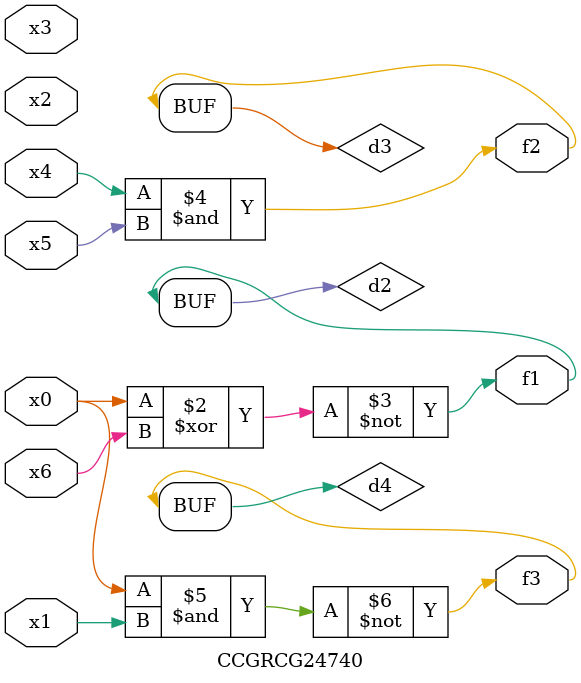
<source format=v>
module CCGRCG24740(
	input x0, x1, x2, x3, x4, x5, x6,
	output f1, f2, f3
);

	wire d1, d2, d3, d4;

	nor (d1, x0);
	xnor (d2, x0, x6);
	and (d3, x4, x5);
	nand (d4, x0, x1);
	assign f1 = d2;
	assign f2 = d3;
	assign f3 = d4;
endmodule

</source>
